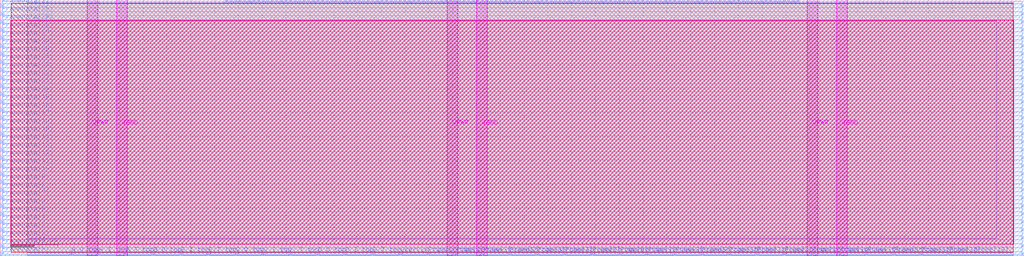
<source format=lef>
VERSION 5.7 ;
  NOWIREEXTENSIONATPIN ON ;
  DIVIDERCHAR "/" ;
  BUSBITCHARS "[]" ;
MACRO S_IO4
  CLASS BLOCK ;
  FOREIGN S_IO4 ;
  ORIGIN 0.000 0.000 ;
  SIZE 215.040 BY 53.760 ;
  PIN A_I_top
    DIRECTION OUTPUT ;
    USE SIGNAL ;
    ANTENNADIFFAREA 0.677200 ;
    PORT
      LAYER Metal2 ;
        RECT 20.440 0.000 20.840 0.400 ;
    END
  END A_I_top
  PIN A_O_top
    DIRECTION INPUT ;
    USE SIGNAL ;
    ANTENNAGATEAREA 1.601600 ;
    PORT
      LAYER Metal2 ;
        RECT 14.680 0.000 15.080 0.400 ;
    END
  END A_O_top
  PIN A_T_top
    DIRECTION OUTPUT ;
    USE SIGNAL ;
    ANTENNADIFFAREA 0.677200 ;
    PORT
      LAYER Metal2 ;
        RECT 26.200 0.000 26.600 0.400 ;
    END
  END A_T_top
  PIN B_I_top
    DIRECTION OUTPUT ;
    USE SIGNAL ;
    ANTENNADIFFAREA 0.677200 ;
    PORT
      LAYER Metal2 ;
        RECT 37.720 0.000 38.120 0.400 ;
    END
  END B_I_top
  PIN B_O_top
    DIRECTION INPUT ;
    USE SIGNAL ;
    ANTENNAGATEAREA 1.601600 ;
    PORT
      LAYER Metal2 ;
        RECT 31.960 0.000 32.360 0.400 ;
    END
  END B_O_top
  PIN B_T_top
    DIRECTION OUTPUT ;
    USE SIGNAL ;
    ANTENNADIFFAREA 0.677200 ;
    PORT
      LAYER Metal2 ;
        RECT 43.480 0.000 43.880 0.400 ;
    END
  END B_T_top
  PIN C_I_top
    DIRECTION OUTPUT ;
    USE SIGNAL ;
    ANTENNADIFFAREA 0.615900 ;
    PORT
      LAYER Metal2 ;
        RECT 55.000 0.000 55.400 0.400 ;
    END
  END C_I_top
  PIN C_O_top
    DIRECTION INPUT ;
    USE SIGNAL ;
    ANTENNAGATEAREA 1.601600 ;
    PORT
      LAYER Metal2 ;
        RECT 49.240 0.000 49.640 0.400 ;
    END
  END C_O_top
  PIN C_T_top
    DIRECTION OUTPUT ;
    USE SIGNAL ;
    ANTENNADIFFAREA 0.677200 ;
    PORT
      LAYER Metal2 ;
        RECT 60.760 0.000 61.160 0.400 ;
    END
  END C_T_top
  PIN Co
    DIRECTION OUTPUT ;
    USE SIGNAL ;
    ANTENNADIFFAREA 0.299200 ;
    PORT
      LAYER Metal2 ;
        RECT 97.240 53.360 97.640 53.760 ;
    END
  END Co
  PIN D_I_top
    DIRECTION OUTPUT ;
    USE SIGNAL ;
    ANTENNADIFFAREA 0.677200 ;
    PORT
      LAYER Metal2 ;
        RECT 72.280 0.000 72.680 0.400 ;
    END
  END D_I_top
  PIN D_O_top
    DIRECTION INPUT ;
    USE SIGNAL ;
    ANTENNAGATEAREA 1.601600 ;
    PORT
      LAYER Metal2 ;
        RECT 66.520 0.000 66.920 0.400 ;
    END
  END D_O_top
  PIN D_T_top
    DIRECTION OUTPUT ;
    USE SIGNAL ;
    ANTENNADIFFAREA 0.677200 ;
    PORT
      LAYER Metal2 ;
        RECT 78.040 0.000 78.440 0.400 ;
    END
  END D_T_top
  PIN FrameData[0]
    DIRECTION INPUT ;
    USE SIGNAL ;
    ANTENNAGATEAREA 0.903500 ;
    PORT
      LAYER Metal3 ;
        RECT 0.000 0.220 0.400 0.620 ;
    END
  END FrameData[0]
  PIN FrameData[10]
    DIRECTION INPUT ;
    USE SIGNAL ;
    ANTENNAGATEAREA 0.903500 ;
    PORT
      LAYER Metal3 ;
        RECT 0.000 17.020 0.400 17.420 ;
    END
  END FrameData[10]
  PIN FrameData[11]
    DIRECTION INPUT ;
    USE SIGNAL ;
    ANTENNAGATEAREA 0.903500 ;
    PORT
      LAYER Metal3 ;
        RECT 0.000 18.700 0.400 19.100 ;
    END
  END FrameData[11]
  PIN FrameData[12]
    DIRECTION INPUT ;
    USE SIGNAL ;
    ANTENNAGATEAREA 0.903500 ;
    PORT
      LAYER Metal3 ;
        RECT 0.000 20.380 0.400 20.780 ;
    END
  END FrameData[12]
  PIN FrameData[13]
    DIRECTION INPUT ;
    USE SIGNAL ;
    ANTENNAGATEAREA 0.903500 ;
    PORT
      LAYER Metal3 ;
        RECT 0.000 22.060 0.400 22.460 ;
    END
  END FrameData[13]
  PIN FrameData[14]
    DIRECTION INPUT ;
    USE SIGNAL ;
    ANTENNAGATEAREA 0.903500 ;
    PORT
      LAYER Metal3 ;
        RECT 0.000 23.740 0.400 24.140 ;
    END
  END FrameData[14]
  PIN FrameData[15]
    DIRECTION INPUT ;
    USE SIGNAL ;
    ANTENNAGATEAREA 0.903500 ;
    PORT
      LAYER Metal3 ;
        RECT 0.000 25.420 0.400 25.820 ;
    END
  END FrameData[15]
  PIN FrameData[16]
    DIRECTION INPUT ;
    USE SIGNAL ;
    ANTENNAGATEAREA 0.903500 ;
    PORT
      LAYER Metal3 ;
        RECT 0.000 27.100 0.400 27.500 ;
    END
  END FrameData[16]
  PIN FrameData[17]
    DIRECTION INPUT ;
    USE SIGNAL ;
    ANTENNAGATEAREA 0.903500 ;
    PORT
      LAYER Metal3 ;
        RECT 0.000 28.780 0.400 29.180 ;
    END
  END FrameData[17]
  PIN FrameData[18]
    DIRECTION INPUT ;
    USE SIGNAL ;
    ANTENNAGATEAREA 0.903500 ;
    PORT
      LAYER Metal3 ;
        RECT 0.000 30.460 0.400 30.860 ;
    END
  END FrameData[18]
  PIN FrameData[19]
    DIRECTION INPUT ;
    USE SIGNAL ;
    ANTENNAGATEAREA 0.903500 ;
    PORT
      LAYER Metal3 ;
        RECT 0.000 32.140 0.400 32.540 ;
    END
  END FrameData[19]
  PIN FrameData[1]
    DIRECTION INPUT ;
    USE SIGNAL ;
    ANTENNAGATEAREA 0.903500 ;
    PORT
      LAYER Metal3 ;
        RECT 0.000 1.900 0.400 2.300 ;
    END
  END FrameData[1]
  PIN FrameData[20]
    DIRECTION INPUT ;
    USE SIGNAL ;
    ANTENNAGATEAREA 0.903500 ;
    PORT
      LAYER Metal3 ;
        RECT 0.000 33.820 0.400 34.220 ;
    END
  END FrameData[20]
  PIN FrameData[21]
    DIRECTION INPUT ;
    USE SIGNAL ;
    ANTENNAGATEAREA 0.903500 ;
    PORT
      LAYER Metal3 ;
        RECT 0.000 35.500 0.400 35.900 ;
    END
  END FrameData[21]
  PIN FrameData[22]
    DIRECTION INPUT ;
    USE SIGNAL ;
    ANTENNAGATEAREA 0.903500 ;
    PORT
      LAYER Metal3 ;
        RECT 0.000 37.180 0.400 37.580 ;
    END
  END FrameData[22]
  PIN FrameData[23]
    DIRECTION INPUT ;
    USE SIGNAL ;
    ANTENNAGATEAREA 0.903500 ;
    PORT
      LAYER Metal3 ;
        RECT 0.000 38.860 0.400 39.260 ;
    END
  END FrameData[23]
  PIN FrameData[24]
    DIRECTION INPUT ;
    USE SIGNAL ;
    ANTENNAGATEAREA 0.903500 ;
    PORT
      LAYER Metal3 ;
        RECT 0.000 40.540 0.400 40.940 ;
    END
  END FrameData[24]
  PIN FrameData[25]
    DIRECTION INPUT ;
    USE SIGNAL ;
    ANTENNAGATEAREA 0.903500 ;
    PORT
      LAYER Metal3 ;
        RECT 0.000 42.220 0.400 42.620 ;
    END
  END FrameData[25]
  PIN FrameData[26]
    DIRECTION INPUT ;
    USE SIGNAL ;
    ANTENNAGATEAREA 0.903500 ;
    PORT
      LAYER Metal3 ;
        RECT 0.000 43.900 0.400 44.300 ;
    END
  END FrameData[26]
  PIN FrameData[27]
    DIRECTION INPUT ;
    USE SIGNAL ;
    ANTENNAGATEAREA 0.903500 ;
    PORT
      LAYER Metal3 ;
        RECT 0.000 45.580 0.400 45.980 ;
    END
  END FrameData[27]
  PIN FrameData[28]
    DIRECTION INPUT ;
    USE SIGNAL ;
    ANTENNAGATEAREA 1.084200 ;
    PORT
      LAYER Metal3 ;
        RECT 0.000 47.260 0.400 47.660 ;
    END
  END FrameData[28]
  PIN FrameData[29]
    DIRECTION INPUT ;
    USE SIGNAL ;
    ANTENNAGATEAREA 1.084200 ;
    PORT
      LAYER Metal3 ;
        RECT 0.000 48.940 0.400 49.340 ;
    END
  END FrameData[29]
  PIN FrameData[2]
    DIRECTION INPUT ;
    USE SIGNAL ;
    ANTENNAGATEAREA 0.903500 ;
    PORT
      LAYER Metal3 ;
        RECT 0.000 3.580 0.400 3.980 ;
    END
  END FrameData[2]
  PIN FrameData[30]
    DIRECTION INPUT ;
    USE SIGNAL ;
    ANTENNAGATEAREA 1.084200 ;
    PORT
      LAYER Metal3 ;
        RECT 0.000 50.620 0.400 51.020 ;
    END
  END FrameData[30]
  PIN FrameData[31]
    DIRECTION INPUT ;
    USE SIGNAL ;
    ANTENNAGATEAREA 1.084200 ;
    PORT
      LAYER Metal3 ;
        RECT 0.000 52.300 0.400 52.700 ;
    END
  END FrameData[31]
  PIN FrameData[3]
    DIRECTION INPUT ;
    USE SIGNAL ;
    ANTENNAGATEAREA 0.903500 ;
    PORT
      LAYER Metal3 ;
        RECT 0.000 5.260 0.400 5.660 ;
    END
  END FrameData[3]
  PIN FrameData[4]
    DIRECTION INPUT ;
    USE SIGNAL ;
    ANTENNAGATEAREA 0.903500 ;
    PORT
      LAYER Metal3 ;
        RECT 0.000 6.940 0.400 7.340 ;
    END
  END FrameData[4]
  PIN FrameData[5]
    DIRECTION INPUT ;
    USE SIGNAL ;
    ANTENNAGATEAREA 0.903500 ;
    PORT
      LAYER Metal3 ;
        RECT 0.000 8.620 0.400 9.020 ;
    END
  END FrameData[5]
  PIN FrameData[6]
    DIRECTION INPUT ;
    USE SIGNAL ;
    ANTENNAGATEAREA 0.903500 ;
    PORT
      LAYER Metal3 ;
        RECT 0.000 10.300 0.400 10.700 ;
    END
  END FrameData[6]
  PIN FrameData[7]
    DIRECTION INPUT ;
    USE SIGNAL ;
    ANTENNAGATEAREA 0.903500 ;
    PORT
      LAYER Metal3 ;
        RECT 0.000 11.980 0.400 12.380 ;
    END
  END FrameData[7]
  PIN FrameData[8]
    DIRECTION INPUT ;
    USE SIGNAL ;
    ANTENNAGATEAREA 0.903500 ;
    PORT
      LAYER Metal3 ;
        RECT 0.000 13.660 0.400 14.060 ;
    END
  END FrameData[8]
  PIN FrameData[9]
    DIRECTION INPUT ;
    USE SIGNAL ;
    ANTENNAGATEAREA 0.903500 ;
    PORT
      LAYER Metal3 ;
        RECT 0.000 15.340 0.400 15.740 ;
    END
  END FrameData[9]
  PIN FrameData_O[0]
    DIRECTION OUTPUT ;
    USE SIGNAL ;
    ANTENNADIFFAREA 0.708600 ;
    PORT
      LAYER Metal3 ;
        RECT 214.640 0.220 215.040 0.620 ;
    END
  END FrameData_O[0]
  PIN FrameData_O[10]
    DIRECTION OUTPUT ;
    USE SIGNAL ;
    ANTENNADIFFAREA 0.708600 ;
    PORT
      LAYER Metal3 ;
        RECT 214.640 17.020 215.040 17.420 ;
    END
  END FrameData_O[10]
  PIN FrameData_O[11]
    DIRECTION OUTPUT ;
    USE SIGNAL ;
    ANTENNADIFFAREA 0.708600 ;
    PORT
      LAYER Metal3 ;
        RECT 214.640 18.700 215.040 19.100 ;
    END
  END FrameData_O[11]
  PIN FrameData_O[12]
    DIRECTION OUTPUT ;
    USE SIGNAL ;
    ANTENNADIFFAREA 0.708600 ;
    PORT
      LAYER Metal3 ;
        RECT 214.640 20.380 215.040 20.780 ;
    END
  END FrameData_O[12]
  PIN FrameData_O[13]
    DIRECTION OUTPUT ;
    USE SIGNAL ;
    ANTENNADIFFAREA 0.708600 ;
    PORT
      LAYER Metal3 ;
        RECT 214.640 22.060 215.040 22.460 ;
    END
  END FrameData_O[13]
  PIN FrameData_O[14]
    DIRECTION OUTPUT ;
    USE SIGNAL ;
    ANTENNADIFFAREA 0.708600 ;
    PORT
      LAYER Metal3 ;
        RECT 214.640 23.740 215.040 24.140 ;
    END
  END FrameData_O[14]
  PIN FrameData_O[15]
    DIRECTION OUTPUT ;
    USE SIGNAL ;
    ANTENNADIFFAREA 0.708600 ;
    PORT
      LAYER Metal3 ;
        RECT 214.640 25.420 215.040 25.820 ;
    END
  END FrameData_O[15]
  PIN FrameData_O[16]
    DIRECTION OUTPUT ;
    USE SIGNAL ;
    ANTENNADIFFAREA 0.708600 ;
    PORT
      LAYER Metal3 ;
        RECT 214.640 27.100 215.040 27.500 ;
    END
  END FrameData_O[16]
  PIN FrameData_O[17]
    DIRECTION OUTPUT ;
    USE SIGNAL ;
    ANTENNADIFFAREA 0.708600 ;
    PORT
      LAYER Metal3 ;
        RECT 214.640 28.780 215.040 29.180 ;
    END
  END FrameData_O[17]
  PIN FrameData_O[18]
    DIRECTION OUTPUT ;
    USE SIGNAL ;
    ANTENNADIFFAREA 0.708600 ;
    PORT
      LAYER Metal3 ;
        RECT 214.640 30.460 215.040 30.860 ;
    END
  END FrameData_O[18]
  PIN FrameData_O[19]
    DIRECTION OUTPUT ;
    USE SIGNAL ;
    ANTENNADIFFAREA 0.708600 ;
    PORT
      LAYER Metal3 ;
        RECT 214.640 32.140 215.040 32.540 ;
    END
  END FrameData_O[19]
  PIN FrameData_O[1]
    DIRECTION OUTPUT ;
    USE SIGNAL ;
    ANTENNADIFFAREA 0.708600 ;
    PORT
      LAYER Metal3 ;
        RECT 214.640 1.900 215.040 2.300 ;
    END
  END FrameData_O[1]
  PIN FrameData_O[20]
    DIRECTION OUTPUT ;
    USE SIGNAL ;
    ANTENNADIFFAREA 0.708600 ;
    PORT
      LAYER Metal3 ;
        RECT 214.640 33.820 215.040 34.220 ;
    END
  END FrameData_O[20]
  PIN FrameData_O[21]
    DIRECTION OUTPUT ;
    USE SIGNAL ;
    ANTENNADIFFAREA 0.708600 ;
    PORT
      LAYER Metal3 ;
        RECT 214.640 35.500 215.040 35.900 ;
    END
  END FrameData_O[21]
  PIN FrameData_O[22]
    DIRECTION OUTPUT ;
    USE SIGNAL ;
    ANTENNADIFFAREA 0.708600 ;
    PORT
      LAYER Metal3 ;
        RECT 214.640 37.180 215.040 37.580 ;
    END
  END FrameData_O[22]
  PIN FrameData_O[23]
    DIRECTION OUTPUT ;
    USE SIGNAL ;
    ANTENNADIFFAREA 0.708600 ;
    PORT
      LAYER Metal3 ;
        RECT 214.640 38.860 215.040 39.260 ;
    END
  END FrameData_O[23]
  PIN FrameData_O[24]
    DIRECTION OUTPUT ;
    USE SIGNAL ;
    ANTENNADIFFAREA 0.708600 ;
    PORT
      LAYER Metal3 ;
        RECT 214.640 40.540 215.040 40.940 ;
    END
  END FrameData_O[24]
  PIN FrameData_O[25]
    DIRECTION OUTPUT ;
    USE SIGNAL ;
    ANTENNADIFFAREA 0.708600 ;
    PORT
      LAYER Metal3 ;
        RECT 214.640 42.220 215.040 42.620 ;
    END
  END FrameData_O[25]
  PIN FrameData_O[26]
    DIRECTION OUTPUT ;
    USE SIGNAL ;
    ANTENNADIFFAREA 0.708600 ;
    PORT
      LAYER Metal3 ;
        RECT 214.640 43.900 215.040 44.300 ;
    END
  END FrameData_O[26]
  PIN FrameData_O[27]
    DIRECTION OUTPUT ;
    USE SIGNAL ;
    ANTENNADIFFAREA 0.708600 ;
    PORT
      LAYER Metal3 ;
        RECT 214.640 45.580 215.040 45.980 ;
    END
  END FrameData_O[27]
  PIN FrameData_O[28]
    DIRECTION OUTPUT ;
    USE SIGNAL ;
    ANTENNADIFFAREA 0.708600 ;
    PORT
      LAYER Metal3 ;
        RECT 214.640 47.260 215.040 47.660 ;
    END
  END FrameData_O[28]
  PIN FrameData_O[29]
    DIRECTION OUTPUT ;
    USE SIGNAL ;
    ANTENNADIFFAREA 0.708600 ;
    PORT
      LAYER Metal3 ;
        RECT 214.640 48.940 215.040 49.340 ;
    END
  END FrameData_O[29]
  PIN FrameData_O[2]
    DIRECTION OUTPUT ;
    USE SIGNAL ;
    ANTENNADIFFAREA 0.708600 ;
    PORT
      LAYER Metal3 ;
        RECT 214.640 3.580 215.040 3.980 ;
    END
  END FrameData_O[2]
  PIN FrameData_O[30]
    DIRECTION OUTPUT ;
    USE SIGNAL ;
    ANTENNADIFFAREA 0.708600 ;
    PORT
      LAYER Metal3 ;
        RECT 214.640 50.620 215.040 51.020 ;
    END
  END FrameData_O[30]
  PIN FrameData_O[31]
    DIRECTION OUTPUT ;
    USE SIGNAL ;
    ANTENNADIFFAREA 0.708600 ;
    PORT
      LAYER Metal3 ;
        RECT 214.640 52.300 215.040 52.700 ;
    END
  END FrameData_O[31]
  PIN FrameData_O[3]
    DIRECTION OUTPUT ;
    USE SIGNAL ;
    ANTENNADIFFAREA 0.708600 ;
    PORT
      LAYER Metal3 ;
        RECT 214.640 5.260 215.040 5.660 ;
    END
  END FrameData_O[3]
  PIN FrameData_O[4]
    DIRECTION OUTPUT ;
    USE SIGNAL ;
    ANTENNADIFFAREA 0.708600 ;
    PORT
      LAYER Metal3 ;
        RECT 214.640 6.940 215.040 7.340 ;
    END
  END FrameData_O[4]
  PIN FrameData_O[5]
    DIRECTION OUTPUT ;
    USE SIGNAL ;
    ANTENNADIFFAREA 0.708600 ;
    PORT
      LAYER Metal3 ;
        RECT 214.640 8.620 215.040 9.020 ;
    END
  END FrameData_O[5]
  PIN FrameData_O[6]
    DIRECTION OUTPUT ;
    USE SIGNAL ;
    ANTENNADIFFAREA 0.708600 ;
    PORT
      LAYER Metal3 ;
        RECT 214.640 10.300 215.040 10.700 ;
    END
  END FrameData_O[6]
  PIN FrameData_O[7]
    DIRECTION OUTPUT ;
    USE SIGNAL ;
    ANTENNADIFFAREA 0.708600 ;
    PORT
      LAYER Metal3 ;
        RECT 214.640 11.980 215.040 12.380 ;
    END
  END FrameData_O[7]
  PIN FrameData_O[8]
    DIRECTION OUTPUT ;
    USE SIGNAL ;
    ANTENNADIFFAREA 0.708600 ;
    PORT
      LAYER Metal3 ;
        RECT 214.640 13.660 215.040 14.060 ;
    END
  END FrameData_O[8]
  PIN FrameData_O[9]
    DIRECTION OUTPUT ;
    USE SIGNAL ;
    ANTENNADIFFAREA 0.708600 ;
    PORT
      LAYER Metal3 ;
        RECT 214.640 15.340 215.040 15.740 ;
    END
  END FrameData_O[9]
  PIN FrameStrobe[0]
    DIRECTION INPUT ;
    USE SIGNAL ;
    ANTENNAGATEAREA 6.753500 ;
    PORT
      LAYER Metal2 ;
        RECT 89.560 0.000 89.960 0.400 ;
    END
  END FrameStrobe[0]
  PIN FrameStrobe[10]
    DIRECTION INPUT ;
    USE SIGNAL ;
    ANTENNAGATEAREA 0.180700 ;
    PORT
      LAYER Metal2 ;
        RECT 147.160 0.000 147.560 0.400 ;
    END
  END FrameStrobe[10]
  PIN FrameStrobe[11]
    DIRECTION INPUT ;
    USE SIGNAL ;
    ANTENNAGATEAREA 0.180700 ;
    PORT
      LAYER Metal2 ;
        RECT 152.920 0.000 153.320 0.400 ;
    END
  END FrameStrobe[11]
  PIN FrameStrobe[12]
    DIRECTION INPUT ;
    USE SIGNAL ;
    ANTENNAGATEAREA 0.180700 ;
    PORT
      LAYER Metal2 ;
        RECT 158.680 0.000 159.080 0.400 ;
    END
  END FrameStrobe[12]
  PIN FrameStrobe[13]
    DIRECTION INPUT ;
    USE SIGNAL ;
    ANTENNAGATEAREA 0.180700 ;
    PORT
      LAYER Metal2 ;
        RECT 164.440 0.000 164.840 0.400 ;
    END
  END FrameStrobe[13]
  PIN FrameStrobe[14]
    DIRECTION INPUT ;
    USE SIGNAL ;
    ANTENNAGATEAREA 0.180700 ;
    PORT
      LAYER Metal2 ;
        RECT 170.200 0.000 170.600 0.400 ;
    END
  END FrameStrobe[14]
  PIN FrameStrobe[15]
    DIRECTION INPUT ;
    USE SIGNAL ;
    ANTENNAGATEAREA 0.180700 ;
    PORT
      LAYER Metal2 ;
        RECT 175.960 0.000 176.360 0.400 ;
    END
  END FrameStrobe[15]
  PIN FrameStrobe[16]
    DIRECTION INPUT ;
    USE SIGNAL ;
    ANTENNAGATEAREA 0.180700 ;
    PORT
      LAYER Metal2 ;
        RECT 181.720 0.000 182.120 0.400 ;
    END
  END FrameStrobe[16]
  PIN FrameStrobe[17]
    DIRECTION INPUT ;
    USE SIGNAL ;
    ANTENNAGATEAREA 0.180700 ;
    PORT
      LAYER Metal2 ;
        RECT 187.480 0.000 187.880 0.400 ;
    END
  END FrameStrobe[17]
  PIN FrameStrobe[18]
    DIRECTION INPUT ;
    USE SIGNAL ;
    ANTENNAGATEAREA 0.180700 ;
    PORT
      LAYER Metal2 ;
        RECT 193.240 0.000 193.640 0.400 ;
    END
  END FrameStrobe[18]
  PIN FrameStrobe[19]
    DIRECTION INPUT ;
    USE SIGNAL ;
    ANTENNAGATEAREA 0.180700 ;
    PORT
      LAYER Metal2 ;
        RECT 199.000 0.000 199.400 0.400 ;
    END
  END FrameStrobe[19]
  PIN FrameStrobe[1]
    DIRECTION INPUT ;
    USE SIGNAL ;
    ANTENNAGATEAREA 6.753500 ;
    PORT
      LAYER Metal2 ;
        RECT 95.320 0.000 95.720 0.400 ;
    END
  END FrameStrobe[1]
  PIN FrameStrobe[2]
    DIRECTION INPUT ;
    USE SIGNAL ;
    ANTENNAGATEAREA 6.753500 ;
    PORT
      LAYER Metal2 ;
        RECT 101.080 0.000 101.480 0.400 ;
    END
  END FrameStrobe[2]
  PIN FrameStrobe[3]
    DIRECTION INPUT ;
    USE SIGNAL ;
    ANTENNAGATEAREA 6.753500 ;
    PORT
      LAYER Metal2 ;
        RECT 106.840 0.000 107.240 0.400 ;
    END
  END FrameStrobe[3]
  PIN FrameStrobe[4]
    DIRECTION INPUT ;
    USE SIGNAL ;
    ANTENNAGATEAREA 1.002300 ;
    PORT
      LAYER Metal2 ;
        RECT 112.600 0.000 113.000 0.400 ;
    END
  END FrameStrobe[4]
  PIN FrameStrobe[5]
    DIRECTION INPUT ;
    USE SIGNAL ;
    ANTENNAGATEAREA 0.180700 ;
    PORT
      LAYER Metal2 ;
        RECT 118.360 0.000 118.760 0.400 ;
    END
  END FrameStrobe[5]
  PIN FrameStrobe[6]
    DIRECTION INPUT ;
    USE SIGNAL ;
    ANTENNAGATEAREA 0.180700 ;
    PORT
      LAYER Metal2 ;
        RECT 124.120 0.000 124.520 0.400 ;
    END
  END FrameStrobe[6]
  PIN FrameStrobe[7]
    DIRECTION INPUT ;
    USE SIGNAL ;
    ANTENNAGATEAREA 0.180700 ;
    PORT
      LAYER Metal2 ;
        RECT 129.880 0.000 130.280 0.400 ;
    END
  END FrameStrobe[7]
  PIN FrameStrobe[8]
    DIRECTION INPUT ;
    USE SIGNAL ;
    ANTENNAGATEAREA 0.180700 ;
    PORT
      LAYER Metal2 ;
        RECT 135.640 0.000 136.040 0.400 ;
    END
  END FrameStrobe[8]
  PIN FrameStrobe[9]
    DIRECTION INPUT ;
    USE SIGNAL ;
    ANTENNAGATEAREA 0.180700 ;
    PORT
      LAYER Metal2 ;
        RECT 141.400 0.000 141.800 0.400 ;
    END
  END FrameStrobe[9]
  PIN FrameStrobe_O[0]
    DIRECTION OUTPUT ;
    USE SIGNAL ;
    ANTENNADIFFAREA 0.708600 ;
    PORT
      LAYER Metal2 ;
        RECT 149.080 53.360 149.480 53.760 ;
    END
  END FrameStrobe_O[0]
  PIN FrameStrobe_O[10]
    DIRECTION OUTPUT ;
    USE SIGNAL ;
    ANTENNADIFFAREA 0.708600 ;
    PORT
      LAYER Metal2 ;
        RECT 158.680 53.360 159.080 53.760 ;
    END
  END FrameStrobe_O[10]
  PIN FrameStrobe_O[11]
    DIRECTION OUTPUT ;
    USE SIGNAL ;
    ANTENNADIFFAREA 0.708600 ;
    PORT
      LAYER Metal2 ;
        RECT 159.640 53.360 160.040 53.760 ;
    END
  END FrameStrobe_O[11]
  PIN FrameStrobe_O[12]
    DIRECTION OUTPUT ;
    USE SIGNAL ;
    ANTENNADIFFAREA 0.708600 ;
    PORT
      LAYER Metal2 ;
        RECT 160.600 53.360 161.000 53.760 ;
    END
  END FrameStrobe_O[12]
  PIN FrameStrobe_O[13]
    DIRECTION OUTPUT ;
    USE SIGNAL ;
    ANTENNADIFFAREA 0.708600 ;
    PORT
      LAYER Metal2 ;
        RECT 161.560 53.360 161.960 53.760 ;
    END
  END FrameStrobe_O[13]
  PIN FrameStrobe_O[14]
    DIRECTION OUTPUT ;
    USE SIGNAL ;
    ANTENNADIFFAREA 0.708600 ;
    PORT
      LAYER Metal2 ;
        RECT 162.520 53.360 162.920 53.760 ;
    END
  END FrameStrobe_O[14]
  PIN FrameStrobe_O[15]
    DIRECTION OUTPUT ;
    USE SIGNAL ;
    ANTENNADIFFAREA 0.708600 ;
    PORT
      LAYER Metal2 ;
        RECT 163.480 53.360 163.880 53.760 ;
    END
  END FrameStrobe_O[15]
  PIN FrameStrobe_O[16]
    DIRECTION OUTPUT ;
    USE SIGNAL ;
    ANTENNADIFFAREA 0.708600 ;
    PORT
      LAYER Metal2 ;
        RECT 164.440 53.360 164.840 53.760 ;
    END
  END FrameStrobe_O[16]
  PIN FrameStrobe_O[17]
    DIRECTION OUTPUT ;
    USE SIGNAL ;
    ANTENNADIFFAREA 0.708600 ;
    PORT
      LAYER Metal2 ;
        RECT 165.400 53.360 165.800 53.760 ;
    END
  END FrameStrobe_O[17]
  PIN FrameStrobe_O[18]
    DIRECTION OUTPUT ;
    USE SIGNAL ;
    ANTENNADIFFAREA 0.708600 ;
    PORT
      LAYER Metal2 ;
        RECT 166.360 53.360 166.760 53.760 ;
    END
  END FrameStrobe_O[18]
  PIN FrameStrobe_O[19]
    DIRECTION OUTPUT ;
    USE SIGNAL ;
    ANTENNADIFFAREA 0.708600 ;
    PORT
      LAYER Metal2 ;
        RECT 167.320 53.360 167.720 53.760 ;
    END
  END FrameStrobe_O[19]
  PIN FrameStrobe_O[1]
    DIRECTION OUTPUT ;
    USE SIGNAL ;
    ANTENNADIFFAREA 0.708600 ;
    PORT
      LAYER Metal2 ;
        RECT 150.040 53.360 150.440 53.760 ;
    END
  END FrameStrobe_O[1]
  PIN FrameStrobe_O[2]
    DIRECTION OUTPUT ;
    USE SIGNAL ;
    ANTENNADIFFAREA 0.708600 ;
    PORT
      LAYER Metal2 ;
        RECT 151.000 53.360 151.400 53.760 ;
    END
  END FrameStrobe_O[2]
  PIN FrameStrobe_O[3]
    DIRECTION OUTPUT ;
    USE SIGNAL ;
    ANTENNADIFFAREA 0.708600 ;
    PORT
      LAYER Metal2 ;
        RECT 151.960 53.360 152.360 53.760 ;
    END
  END FrameStrobe_O[3]
  PIN FrameStrobe_O[4]
    DIRECTION OUTPUT ;
    USE SIGNAL ;
    ANTENNADIFFAREA 0.708600 ;
    PORT
      LAYER Metal2 ;
        RECT 152.920 53.360 153.320 53.760 ;
    END
  END FrameStrobe_O[4]
  PIN FrameStrobe_O[5]
    DIRECTION OUTPUT ;
    USE SIGNAL ;
    ANTENNADIFFAREA 0.708600 ;
    PORT
      LAYER Metal2 ;
        RECT 153.880 53.360 154.280 53.760 ;
    END
  END FrameStrobe_O[5]
  PIN FrameStrobe_O[6]
    DIRECTION OUTPUT ;
    USE SIGNAL ;
    ANTENNADIFFAREA 0.708600 ;
    PORT
      LAYER Metal2 ;
        RECT 154.840 53.360 155.240 53.760 ;
    END
  END FrameStrobe_O[6]
  PIN FrameStrobe_O[7]
    DIRECTION OUTPUT ;
    USE SIGNAL ;
    ANTENNADIFFAREA 0.708600 ;
    PORT
      LAYER Metal2 ;
        RECT 155.800 53.360 156.200 53.760 ;
    END
  END FrameStrobe_O[7]
  PIN FrameStrobe_O[8]
    DIRECTION OUTPUT ;
    USE SIGNAL ;
    ANTENNADIFFAREA 0.708600 ;
    PORT
      LAYER Metal2 ;
        RECT 156.760 53.360 157.160 53.760 ;
    END
  END FrameStrobe_O[8]
  PIN FrameStrobe_O[9]
    DIRECTION OUTPUT ;
    USE SIGNAL ;
    ANTENNADIFFAREA 0.708600 ;
    PORT
      LAYER Metal2 ;
        RECT 157.720 53.360 158.120 53.760 ;
    END
  END FrameStrobe_O[9]
  PIN N1BEG[0]
    DIRECTION OUTPUT ;
    USE SIGNAL ;
    ANTENNADIFFAREA 0.708600 ;
    PORT
      LAYER Metal2 ;
        RECT 47.320 53.360 47.720 53.760 ;
    END
  END N1BEG[0]
  PIN N1BEG[1]
    DIRECTION OUTPUT ;
    USE SIGNAL ;
    ANTENNADIFFAREA 0.708600 ;
    PORT
      LAYER Metal2 ;
        RECT 48.280 53.360 48.680 53.760 ;
    END
  END N1BEG[1]
  PIN N1BEG[2]
    DIRECTION OUTPUT ;
    USE SIGNAL ;
    ANTENNADIFFAREA 0.708600 ;
    PORT
      LAYER Metal2 ;
        RECT 49.240 53.360 49.640 53.760 ;
    END
  END N1BEG[2]
  PIN N1BEG[3]
    DIRECTION OUTPUT ;
    USE SIGNAL ;
    ANTENNADIFFAREA 0.708600 ;
    PORT
      LAYER Metal2 ;
        RECT 50.200 53.360 50.600 53.760 ;
    END
  END N1BEG[3]
  PIN N2BEG[0]
    DIRECTION OUTPUT ;
    USE SIGNAL ;
    ANTENNADIFFAREA 0.708600 ;
    PORT
      LAYER Metal2 ;
        RECT 51.160 53.360 51.560 53.760 ;
    END
  END N2BEG[0]
  PIN N2BEG[1]
    DIRECTION OUTPUT ;
    USE SIGNAL ;
    ANTENNADIFFAREA 0.708600 ;
    PORT
      LAYER Metal2 ;
        RECT 52.120 53.360 52.520 53.760 ;
    END
  END N2BEG[1]
  PIN N2BEG[2]
    DIRECTION OUTPUT ;
    USE SIGNAL ;
    ANTENNADIFFAREA 0.708600 ;
    PORT
      LAYER Metal2 ;
        RECT 53.080 53.360 53.480 53.760 ;
    END
  END N2BEG[2]
  PIN N2BEG[3]
    DIRECTION OUTPUT ;
    USE SIGNAL ;
    ANTENNADIFFAREA 0.708600 ;
    PORT
      LAYER Metal2 ;
        RECT 54.040 53.360 54.440 53.760 ;
    END
  END N2BEG[3]
  PIN N2BEG[4]
    DIRECTION OUTPUT ;
    USE SIGNAL ;
    ANTENNADIFFAREA 0.708600 ;
    PORT
      LAYER Metal2 ;
        RECT 55.000 53.360 55.400 53.760 ;
    END
  END N2BEG[4]
  PIN N2BEG[5]
    DIRECTION OUTPUT ;
    USE SIGNAL ;
    ANTENNADIFFAREA 0.708600 ;
    PORT
      LAYER Metal2 ;
        RECT 55.960 53.360 56.360 53.760 ;
    END
  END N2BEG[5]
  PIN N2BEG[6]
    DIRECTION OUTPUT ;
    USE SIGNAL ;
    ANTENNADIFFAREA 0.708600 ;
    PORT
      LAYER Metal2 ;
        RECT 56.920 53.360 57.320 53.760 ;
    END
  END N2BEG[6]
  PIN N2BEG[7]
    DIRECTION OUTPUT ;
    USE SIGNAL ;
    ANTENNADIFFAREA 0.708600 ;
    PORT
      LAYER Metal2 ;
        RECT 57.880 53.360 58.280 53.760 ;
    END
  END N2BEG[7]
  PIN N2BEGb[0]
    DIRECTION OUTPUT ;
    USE SIGNAL ;
    ANTENNADIFFAREA 0.708600 ;
    PORT
      LAYER Metal2 ;
        RECT 58.840 53.360 59.240 53.760 ;
    END
  END N2BEGb[0]
  PIN N2BEGb[1]
    DIRECTION OUTPUT ;
    USE SIGNAL ;
    ANTENNADIFFAREA 0.708600 ;
    PORT
      LAYER Metal2 ;
        RECT 59.800 53.360 60.200 53.760 ;
    END
  END N2BEGb[1]
  PIN N2BEGb[2]
    DIRECTION OUTPUT ;
    USE SIGNAL ;
    ANTENNADIFFAREA 0.708600 ;
    PORT
      LAYER Metal2 ;
        RECT 60.760 53.360 61.160 53.760 ;
    END
  END N2BEGb[2]
  PIN N2BEGb[3]
    DIRECTION OUTPUT ;
    USE SIGNAL ;
    ANTENNADIFFAREA 0.708600 ;
    PORT
      LAYER Metal2 ;
        RECT 61.720 53.360 62.120 53.760 ;
    END
  END N2BEGb[3]
  PIN N2BEGb[4]
    DIRECTION OUTPUT ;
    USE SIGNAL ;
    ANTENNADIFFAREA 0.708600 ;
    PORT
      LAYER Metal2 ;
        RECT 62.680 53.360 63.080 53.760 ;
    END
  END N2BEGb[4]
  PIN N2BEGb[5]
    DIRECTION OUTPUT ;
    USE SIGNAL ;
    ANTENNADIFFAREA 0.708600 ;
    PORT
      LAYER Metal2 ;
        RECT 63.640 53.360 64.040 53.760 ;
    END
  END N2BEGb[5]
  PIN N2BEGb[6]
    DIRECTION OUTPUT ;
    USE SIGNAL ;
    ANTENNADIFFAREA 0.708600 ;
    PORT
      LAYER Metal2 ;
        RECT 64.600 53.360 65.000 53.760 ;
    END
  END N2BEGb[6]
  PIN N2BEGb[7]
    DIRECTION OUTPUT ;
    USE SIGNAL ;
    ANTENNADIFFAREA 0.708600 ;
    PORT
      LAYER Metal2 ;
        RECT 65.560 53.360 65.960 53.760 ;
    END
  END N2BEGb[7]
  PIN N4BEG[0]
    DIRECTION OUTPUT ;
    USE SIGNAL ;
    ANTENNADIFFAREA 0.708600 ;
    PORT
      LAYER Metal2 ;
        RECT 66.520 53.360 66.920 53.760 ;
    END
  END N4BEG[0]
  PIN N4BEG[10]
    DIRECTION OUTPUT ;
    USE SIGNAL ;
    ANTENNADIFFAREA 0.708600 ;
    PORT
      LAYER Metal2 ;
        RECT 76.120 53.360 76.520 53.760 ;
    END
  END N4BEG[10]
  PIN N4BEG[11]
    DIRECTION OUTPUT ;
    USE SIGNAL ;
    ANTENNADIFFAREA 0.708600 ;
    PORT
      LAYER Metal2 ;
        RECT 77.080 53.360 77.480 53.760 ;
    END
  END N4BEG[11]
  PIN N4BEG[12]
    DIRECTION OUTPUT ;
    USE SIGNAL ;
    ANTENNADIFFAREA 0.708600 ;
    PORT
      LAYER Metal2 ;
        RECT 78.040 53.360 78.440 53.760 ;
    END
  END N4BEG[12]
  PIN N4BEG[13]
    DIRECTION OUTPUT ;
    USE SIGNAL ;
    ANTENNADIFFAREA 0.708600 ;
    PORT
      LAYER Metal2 ;
        RECT 79.000 53.360 79.400 53.760 ;
    END
  END N4BEG[13]
  PIN N4BEG[14]
    DIRECTION OUTPUT ;
    USE SIGNAL ;
    ANTENNADIFFAREA 0.708600 ;
    PORT
      LAYER Metal2 ;
        RECT 79.960 53.360 80.360 53.760 ;
    END
  END N4BEG[14]
  PIN N4BEG[15]
    DIRECTION OUTPUT ;
    USE SIGNAL ;
    ANTENNADIFFAREA 0.708600 ;
    PORT
      LAYER Metal2 ;
        RECT 80.920 53.360 81.320 53.760 ;
    END
  END N4BEG[15]
  PIN N4BEG[1]
    DIRECTION OUTPUT ;
    USE SIGNAL ;
    ANTENNADIFFAREA 0.708600 ;
    PORT
      LAYER Metal2 ;
        RECT 67.480 53.360 67.880 53.760 ;
    END
  END N4BEG[1]
  PIN N4BEG[2]
    DIRECTION OUTPUT ;
    USE SIGNAL ;
    ANTENNADIFFAREA 0.708600 ;
    PORT
      LAYER Metal2 ;
        RECT 68.440 53.360 68.840 53.760 ;
    END
  END N4BEG[2]
  PIN N4BEG[3]
    DIRECTION OUTPUT ;
    USE SIGNAL ;
    ANTENNADIFFAREA 0.708600 ;
    PORT
      LAYER Metal2 ;
        RECT 69.400 53.360 69.800 53.760 ;
    END
  END N4BEG[3]
  PIN N4BEG[4]
    DIRECTION OUTPUT ;
    USE SIGNAL ;
    ANTENNADIFFAREA 0.708600 ;
    PORT
      LAYER Metal2 ;
        RECT 70.360 53.360 70.760 53.760 ;
    END
  END N4BEG[4]
  PIN N4BEG[5]
    DIRECTION OUTPUT ;
    USE SIGNAL ;
    ANTENNADIFFAREA 0.708600 ;
    PORT
      LAYER Metal2 ;
        RECT 71.320 53.360 71.720 53.760 ;
    END
  END N4BEG[5]
  PIN N4BEG[6]
    DIRECTION OUTPUT ;
    USE SIGNAL ;
    ANTENNADIFFAREA 0.708600 ;
    PORT
      LAYER Metal2 ;
        RECT 72.280 53.360 72.680 53.760 ;
    END
  END N4BEG[6]
  PIN N4BEG[7]
    DIRECTION OUTPUT ;
    USE SIGNAL ;
    ANTENNADIFFAREA 0.708600 ;
    PORT
      LAYER Metal2 ;
        RECT 73.240 53.360 73.640 53.760 ;
    END
  END N4BEG[7]
  PIN N4BEG[8]
    DIRECTION OUTPUT ;
    USE SIGNAL ;
    ANTENNADIFFAREA 0.708600 ;
    PORT
      LAYER Metal2 ;
        RECT 74.200 53.360 74.600 53.760 ;
    END
  END N4BEG[8]
  PIN N4BEG[9]
    DIRECTION OUTPUT ;
    USE SIGNAL ;
    ANTENNADIFFAREA 0.708600 ;
    PORT
      LAYER Metal2 ;
        RECT 75.160 53.360 75.560 53.760 ;
    END
  END N4BEG[9]
  PIN NN4BEG[0]
    DIRECTION OUTPUT ;
    USE SIGNAL ;
    ANTENNADIFFAREA 0.708600 ;
    PORT
      LAYER Metal2 ;
        RECT 81.880 53.360 82.280 53.760 ;
    END
  END NN4BEG[0]
  PIN NN4BEG[10]
    DIRECTION OUTPUT ;
    USE SIGNAL ;
    ANTENNADIFFAREA 0.708600 ;
    PORT
      LAYER Metal2 ;
        RECT 91.480 53.360 91.880 53.760 ;
    END
  END NN4BEG[10]
  PIN NN4BEG[11]
    DIRECTION OUTPUT ;
    USE SIGNAL ;
    ANTENNADIFFAREA 0.708600 ;
    PORT
      LAYER Metal2 ;
        RECT 92.440 53.360 92.840 53.760 ;
    END
  END NN4BEG[11]
  PIN NN4BEG[12]
    DIRECTION OUTPUT ;
    USE SIGNAL ;
    ANTENNADIFFAREA 0.708600 ;
    PORT
      LAYER Metal2 ;
        RECT 93.400 53.360 93.800 53.760 ;
    END
  END NN4BEG[12]
  PIN NN4BEG[13]
    DIRECTION OUTPUT ;
    USE SIGNAL ;
    ANTENNADIFFAREA 0.708600 ;
    PORT
      LAYER Metal2 ;
        RECT 94.360 53.360 94.760 53.760 ;
    END
  END NN4BEG[13]
  PIN NN4BEG[14]
    DIRECTION OUTPUT ;
    USE SIGNAL ;
    ANTENNADIFFAREA 0.708600 ;
    PORT
      LAYER Metal2 ;
        RECT 95.320 53.360 95.720 53.760 ;
    END
  END NN4BEG[14]
  PIN NN4BEG[15]
    DIRECTION OUTPUT ;
    USE SIGNAL ;
    ANTENNADIFFAREA 0.708600 ;
    PORT
      LAYER Metal2 ;
        RECT 96.280 53.360 96.680 53.760 ;
    END
  END NN4BEG[15]
  PIN NN4BEG[1]
    DIRECTION OUTPUT ;
    USE SIGNAL ;
    ANTENNADIFFAREA 0.708600 ;
    PORT
      LAYER Metal2 ;
        RECT 82.840 53.360 83.240 53.760 ;
    END
  END NN4BEG[1]
  PIN NN4BEG[2]
    DIRECTION OUTPUT ;
    USE SIGNAL ;
    ANTENNADIFFAREA 0.708600 ;
    PORT
      LAYER Metal2 ;
        RECT 83.800 53.360 84.200 53.760 ;
    END
  END NN4BEG[2]
  PIN NN4BEG[3]
    DIRECTION OUTPUT ;
    USE SIGNAL ;
    ANTENNADIFFAREA 0.708600 ;
    PORT
      LAYER Metal2 ;
        RECT 84.760 53.360 85.160 53.760 ;
    END
  END NN4BEG[3]
  PIN NN4BEG[4]
    DIRECTION OUTPUT ;
    USE SIGNAL ;
    ANTENNADIFFAREA 0.708600 ;
    PORT
      LAYER Metal2 ;
        RECT 85.720 53.360 86.120 53.760 ;
    END
  END NN4BEG[4]
  PIN NN4BEG[5]
    DIRECTION OUTPUT ;
    USE SIGNAL ;
    ANTENNADIFFAREA 0.708600 ;
    PORT
      LAYER Metal2 ;
        RECT 86.680 53.360 87.080 53.760 ;
    END
  END NN4BEG[5]
  PIN NN4BEG[6]
    DIRECTION OUTPUT ;
    USE SIGNAL ;
    ANTENNADIFFAREA 0.708600 ;
    PORT
      LAYER Metal2 ;
        RECT 87.640 53.360 88.040 53.760 ;
    END
  END NN4BEG[6]
  PIN NN4BEG[7]
    DIRECTION OUTPUT ;
    USE SIGNAL ;
    ANTENNADIFFAREA 0.708600 ;
    PORT
      LAYER Metal2 ;
        RECT 88.600 53.360 89.000 53.760 ;
    END
  END NN4BEG[7]
  PIN NN4BEG[8]
    DIRECTION OUTPUT ;
    USE SIGNAL ;
    ANTENNADIFFAREA 0.708600 ;
    PORT
      LAYER Metal2 ;
        RECT 89.560 53.360 89.960 53.760 ;
    END
  END NN4BEG[8]
  PIN NN4BEG[9]
    DIRECTION OUTPUT ;
    USE SIGNAL ;
    ANTENNADIFFAREA 0.708600 ;
    PORT
      LAYER Metal2 ;
        RECT 90.520 53.360 90.920 53.760 ;
    END
  END NN4BEG[9]
  PIN S1END[0]
    DIRECTION INPUT ;
    USE SIGNAL ;
    ANTENNAGATEAREA 0.426400 ;
    PORT
      LAYER Metal2 ;
        RECT 98.200 53.360 98.600 53.760 ;
    END
  END S1END[0]
  PIN S1END[1]
    DIRECTION INPUT ;
    USE SIGNAL ;
    ANTENNAGATEAREA 0.426400 ;
    PORT
      LAYER Metal2 ;
        RECT 99.160 53.360 99.560 53.760 ;
    END
  END S1END[1]
  PIN S1END[2]
    DIRECTION INPUT ;
    USE SIGNAL ;
    ANTENNAGATEAREA 0.426400 ;
    PORT
      LAYER Metal2 ;
        RECT 100.120 53.360 100.520 53.760 ;
    END
  END S1END[2]
  PIN S1END[3]
    DIRECTION INPUT ;
    USE SIGNAL ;
    ANTENNAGATEAREA 0.426400 ;
    PORT
      LAYER Metal2 ;
        RECT 101.080 53.360 101.480 53.760 ;
    END
  END S1END[3]
  PIN S2END[0]
    DIRECTION INPUT ;
    USE SIGNAL ;
    ANTENNAGATEAREA 2.080000 ;
    PORT
      LAYER Metal2 ;
        RECT 109.720 53.360 110.120 53.760 ;
    END
  END S2END[0]
  PIN S2END[1]
    DIRECTION INPUT ;
    USE SIGNAL ;
    ANTENNAGATEAREA 1.320800 ;
    PORT
      LAYER Metal2 ;
        RECT 110.680 53.360 111.080 53.760 ;
    END
  END S2END[1]
  PIN S2END[2]
    DIRECTION INPUT ;
    USE SIGNAL ;
    ANTENNAGATEAREA 1.531400 ;
    PORT
      LAYER Metal2 ;
        RECT 111.640 53.360 112.040 53.760 ;
    END
  END S2END[2]
  PIN S2END[3]
    DIRECTION INPUT ;
    USE SIGNAL ;
    ANTENNAGATEAREA 1.560000 ;
    PORT
      LAYER Metal2 ;
        RECT 112.600 53.360 113.000 53.760 ;
    END
  END S2END[3]
  PIN S2END[4]
    DIRECTION INPUT ;
    USE SIGNAL ;
    ANTENNAGATEAREA 2.281000 ;
    PORT
      LAYER Metal2 ;
        RECT 113.560 53.360 113.960 53.760 ;
    END
  END S2END[4]
  PIN S2END[5]
    DIRECTION INPUT ;
    USE SIGNAL ;
    ANTENNAGATEAREA 2.087800 ;
    PORT
      LAYER Metal2 ;
        RECT 114.520 53.360 114.920 53.760 ;
    END
  END S2END[5]
  PIN S2END[6]
    DIRECTION INPUT ;
    USE SIGNAL ;
    ANTENNAGATEAREA 2.326600 ;
    PORT
      LAYER Metal2 ;
        RECT 115.480 53.360 115.880 53.760 ;
    END
  END S2END[6]
  PIN S2END[7]
    DIRECTION INPUT ;
    USE SIGNAL ;
    ANTENNAGATEAREA 1.378000 ;
    PORT
      LAYER Metal2 ;
        RECT 116.440 53.360 116.840 53.760 ;
    END
  END S2END[7]
  PIN S2MID[0]
    DIRECTION INPUT ;
    USE SIGNAL ;
    ANTENNAGATEAREA 1.292200 ;
    PORT
      LAYER Metal2 ;
        RECT 102.040 53.360 102.440 53.760 ;
    END
  END S2MID[0]
  PIN S2MID[1]
    DIRECTION INPUT ;
    USE SIGNAL ;
    ANTENNAGATEAREA 1.292200 ;
    PORT
      LAYER Metal2 ;
        RECT 103.000 53.360 103.400 53.760 ;
    END
  END S2MID[1]
  PIN S2MID[2]
    DIRECTION INPUT ;
    USE SIGNAL ;
    ANTENNAGATEAREA 1.505400 ;
    PORT
      LAYER Metal2 ;
        RECT 103.960 53.360 104.360 53.760 ;
    END
  END S2MID[2]
  PIN S2MID[3]
    DIRECTION INPUT ;
    USE SIGNAL ;
    ANTENNAGATEAREA 1.505400 ;
    PORT
      LAYER Metal2 ;
        RECT 104.920 53.360 105.320 53.760 ;
    END
  END S2MID[3]
  PIN S2MID[4]
    DIRECTION INPUT ;
    USE SIGNAL ;
    ANTENNAGATEAREA 1.505400 ;
    PORT
      LAYER Metal2 ;
        RECT 105.880 53.360 106.280 53.760 ;
    END
  END S2MID[4]
  PIN S2MID[5]
    DIRECTION INPUT ;
    USE SIGNAL ;
    ANTENNAGATEAREA 1.505400 ;
    PORT
      LAYER Metal2 ;
        RECT 106.840 53.360 107.240 53.760 ;
    END
  END S2MID[5]
  PIN S2MID[6]
    DIRECTION INPUT ;
    USE SIGNAL ;
    ANTENNAGATEAREA 1.931800 ;
    PORT
      LAYER Metal2 ;
        RECT 107.800 53.360 108.200 53.760 ;
    END
  END S2MID[6]
  PIN S2MID[7]
    DIRECTION INPUT ;
    USE SIGNAL ;
    ANTENNAGATEAREA 2.145000 ;
    PORT
      LAYER Metal2 ;
        RECT 108.760 53.360 109.160 53.760 ;
    END
  END S2MID[7]
  PIN S4END[0]
    DIRECTION INPUT ;
    USE SIGNAL ;
    ANTENNAGATEAREA 1.066000 ;
    PORT
      LAYER Metal2 ;
        RECT 117.400 53.360 117.800 53.760 ;
    END
  END S4END[0]
  PIN S4END[10]
    DIRECTION INPUT ;
    USE SIGNAL ;
    ANTENNAGATEAREA 0.852800 ;
    PORT
      LAYER Metal2 ;
        RECT 127.000 53.360 127.400 53.760 ;
    END
  END S4END[10]
  PIN S4END[11]
    DIRECTION INPUT ;
    USE SIGNAL ;
    ANTENNAGATEAREA 0.639600 ;
    PORT
      LAYER Metal2 ;
        RECT 127.960 53.360 128.360 53.760 ;
    END
  END S4END[11]
  PIN S4END[12]
    DIRECTION INPUT ;
    USE SIGNAL ;
    ANTENNAGATEAREA 0.213200 ;
    PORT
      LAYER Metal2 ;
        RECT 128.920 53.360 129.320 53.760 ;
    END
  END S4END[12]
  PIN S4END[13]
    DIRECTION INPUT ;
    USE SIGNAL ;
    ANTENNAGATEAREA 0.213200 ;
    PORT
      LAYER Metal2 ;
        RECT 129.880 53.360 130.280 53.760 ;
    END
  END S4END[13]
  PIN S4END[14]
    DIRECTION INPUT ;
    USE SIGNAL ;
    ANTENNAGATEAREA 0.213200 ;
    PORT
      LAYER Metal2 ;
        RECT 130.840 53.360 131.240 53.760 ;
    END
  END S4END[14]
  PIN S4END[15]
    DIRECTION INPUT ;
    USE SIGNAL ;
    ANTENNAGATEAREA 0.213200 ;
    PORT
      LAYER Metal2 ;
        RECT 131.800 53.360 132.200 53.760 ;
    END
  END S4END[15]
  PIN S4END[1]
    DIRECTION INPUT ;
    USE SIGNAL ;
    ANTENNAGATEAREA 1.066000 ;
    PORT
      LAYER Metal2 ;
        RECT 118.360 53.360 118.760 53.760 ;
    END
  END S4END[1]
  PIN S4END[2]
    DIRECTION INPUT ;
    USE SIGNAL ;
    ANTENNAGATEAREA 1.066000 ;
    PORT
      LAYER Metal2 ;
        RECT 119.320 53.360 119.720 53.760 ;
    END
  END S4END[2]
  PIN S4END[3]
    DIRECTION INPUT ;
    USE SIGNAL ;
    ANTENNAGATEAREA 1.066000 ;
    PORT
      LAYER Metal2 ;
        RECT 120.280 53.360 120.680 53.760 ;
    END
  END S4END[3]
  PIN S4END[4]
    DIRECTION INPUT ;
    USE SIGNAL ;
    ANTENNAGATEAREA 1.066000 ;
    PORT
      LAYER Metal2 ;
        RECT 121.240 53.360 121.640 53.760 ;
    END
  END S4END[4]
  PIN S4END[5]
    DIRECTION INPUT ;
    USE SIGNAL ;
    ANTENNAGATEAREA 1.066000 ;
    PORT
      LAYER Metal2 ;
        RECT 122.200 53.360 122.600 53.760 ;
    END
  END S4END[5]
  PIN S4END[6]
    DIRECTION INPUT ;
    USE SIGNAL ;
    ANTENNAGATEAREA 1.279200 ;
    PORT
      LAYER Metal2 ;
        RECT 123.160 53.360 123.560 53.760 ;
    END
  END S4END[6]
  PIN S4END[7]
    DIRECTION INPUT ;
    USE SIGNAL ;
    ANTENNAGATEAREA 1.279200 ;
    PORT
      LAYER Metal2 ;
        RECT 124.120 53.360 124.520 53.760 ;
    END
  END S4END[7]
  PIN S4END[8]
    DIRECTION INPUT ;
    USE SIGNAL ;
    ANTENNAGATEAREA 0.852800 ;
    PORT
      LAYER Metal2 ;
        RECT 125.080 53.360 125.480 53.760 ;
    END
  END S4END[8]
  PIN S4END[9]
    DIRECTION INPUT ;
    USE SIGNAL ;
    ANTENNAGATEAREA 0.639600 ;
    PORT
      LAYER Metal2 ;
        RECT 126.040 53.360 126.440 53.760 ;
    END
  END S4END[9]
  PIN SS4END[0]
    DIRECTION INPUT ;
    USE SIGNAL ;
    ANTENNAGATEAREA 0.639600 ;
    PORT
      LAYER Metal2 ;
        RECT 132.760 53.360 133.160 53.760 ;
    END
  END SS4END[0]
  PIN SS4END[10]
    DIRECTION INPUT ;
    USE SIGNAL ;
    ANTENNAGATEAREA 0.639600 ;
    PORT
      LAYER Metal2 ;
        RECT 142.360 53.360 142.760 53.760 ;
    END
  END SS4END[10]
  PIN SS4END[11]
    DIRECTION INPUT ;
    USE SIGNAL ;
    ANTENNAGATEAREA 0.639600 ;
    PORT
      LAYER Metal2 ;
        RECT 143.320 53.360 143.720 53.760 ;
    END
  END SS4END[11]
  PIN SS4END[12]
    DIRECTION INPUT ;
    USE SIGNAL ;
    ANTENNAGATEAREA 0.639600 ;
    PORT
      LAYER Metal2 ;
        RECT 144.280 53.360 144.680 53.760 ;
    END
  END SS4END[12]
  PIN SS4END[13]
    DIRECTION INPUT ;
    USE SIGNAL ;
    ANTENNAGATEAREA 0.639600 ;
    PORT
      LAYER Metal2 ;
        RECT 145.240 53.360 145.640 53.760 ;
    END
  END SS4END[13]
  PIN SS4END[14]
    DIRECTION INPUT ;
    USE SIGNAL ;
    ANTENNAGATEAREA 0.639600 ;
    PORT
      LAYER Metal2 ;
        RECT 146.200 53.360 146.600 53.760 ;
    END
  END SS4END[14]
  PIN SS4END[15]
    DIRECTION INPUT ;
    USE SIGNAL ;
    ANTENNAGATEAREA 0.639600 ;
    PORT
      LAYER Metal2 ;
        RECT 147.160 53.360 147.560 53.760 ;
    END
  END SS4END[15]
  PIN SS4END[1]
    DIRECTION INPUT ;
    USE SIGNAL ;
    ANTENNAGATEAREA 0.639600 ;
    PORT
      LAYER Metal2 ;
        RECT 133.720 53.360 134.120 53.760 ;
    END
  END SS4END[1]
  PIN SS4END[2]
    DIRECTION INPUT ;
    USE SIGNAL ;
    ANTENNAGATEAREA 0.639600 ;
    PORT
      LAYER Metal2 ;
        RECT 134.680 53.360 135.080 53.760 ;
    END
  END SS4END[2]
  PIN SS4END[3]
    DIRECTION INPUT ;
    USE SIGNAL ;
    ANTENNAGATEAREA 0.639600 ;
    PORT
      LAYER Metal2 ;
        RECT 135.640 53.360 136.040 53.760 ;
    END
  END SS4END[3]
  PIN SS4END[4]
    DIRECTION INPUT ;
    USE SIGNAL ;
    ANTENNAGATEAREA 0.639600 ;
    PORT
      LAYER Metal2 ;
        RECT 136.600 53.360 137.000 53.760 ;
    END
  END SS4END[4]
  PIN SS4END[5]
    DIRECTION INPUT ;
    USE SIGNAL ;
    ANTENNAGATEAREA 0.639600 ;
    PORT
      LAYER Metal2 ;
        RECT 137.560 53.360 137.960 53.760 ;
    END
  END SS4END[5]
  PIN SS4END[6]
    DIRECTION INPUT ;
    USE SIGNAL ;
    ANTENNAGATEAREA 0.639600 ;
    PORT
      LAYER Metal2 ;
        RECT 138.520 53.360 138.920 53.760 ;
    END
  END SS4END[6]
  PIN SS4END[7]
    DIRECTION INPUT ;
    USE SIGNAL ;
    ANTENNAGATEAREA 0.639600 ;
    PORT
      LAYER Metal2 ;
        RECT 139.480 53.360 139.880 53.760 ;
    END
  END SS4END[7]
  PIN SS4END[8]
    DIRECTION INPUT ;
    USE SIGNAL ;
    ANTENNAGATEAREA 0.639600 ;
    PORT
      LAYER Metal2 ;
        RECT 140.440 53.360 140.840 53.760 ;
    END
  END SS4END[8]
  PIN SS4END[9]
    DIRECTION INPUT ;
    USE SIGNAL ;
    ANTENNAGATEAREA 0.639600 ;
    PORT
      LAYER Metal2 ;
        RECT 141.400 53.360 141.800 53.760 ;
    END
  END SS4END[9]
  PIN UserCLK
    DIRECTION INPUT ;
    USE SIGNAL ;
    ANTENNAGATEAREA 1.450800 ;
    PORT
      LAYER Metal2 ;
        RECT 83.800 0.000 84.200 0.400 ;
    END
  END UserCLK
  PIN UserCLKo
    DIRECTION OUTPUT ;
    USE SIGNAL ;
    ANTENNADIFFAREA 0.708600 ;
    PORT
      LAYER Metal2 ;
        RECT 148.120 53.360 148.520 53.760 ;
    END
  END UserCLKo
  PIN VGND
    DIRECTION INOUT ;
    USE GROUND ;
    PORT
      LAYER TopMetal1 ;
        RECT 24.460 0.000 26.660 53.760 ;
    END
    PORT
      LAYER TopMetal1 ;
        RECT 100.060 0.000 102.260 53.760 ;
    END
    PORT
      LAYER TopMetal1 ;
        RECT 175.660 0.000 177.860 53.760 ;
    END
  END VGND
  PIN VPWR
    DIRECTION INOUT ;
    USE POWER ;
    PORT
      LAYER TopMetal1 ;
        RECT 18.260 0.000 20.460 53.760 ;
    END
    PORT
      LAYER TopMetal1 ;
        RECT 93.860 0.000 96.060 53.760 ;
    END
    PORT
      LAYER TopMetal1 ;
        RECT 169.460 0.000 171.660 53.760 ;
    END
  END VPWR
  OBS
      LAYER GatPoly ;
        RECT 5.760 3.630 209.280 49.290 ;
      LAYER Metal1 ;
        RECT 5.760 3.560 209.280 49.360 ;
      LAYER Metal2 ;
        RECT 5.655 53.150 47.110 53.485 ;
        RECT 47.930 53.150 48.070 53.485 ;
        RECT 48.890 53.150 49.030 53.485 ;
        RECT 49.850 53.150 49.990 53.485 ;
        RECT 50.810 53.150 50.950 53.485 ;
        RECT 51.770 53.150 51.910 53.485 ;
        RECT 52.730 53.150 52.870 53.485 ;
        RECT 53.690 53.150 53.830 53.485 ;
        RECT 54.650 53.150 54.790 53.485 ;
        RECT 55.610 53.150 55.750 53.485 ;
        RECT 56.570 53.150 56.710 53.485 ;
        RECT 57.530 53.150 57.670 53.485 ;
        RECT 58.490 53.150 58.630 53.485 ;
        RECT 59.450 53.150 59.590 53.485 ;
        RECT 60.410 53.150 60.550 53.485 ;
        RECT 61.370 53.150 61.510 53.485 ;
        RECT 62.330 53.150 62.470 53.485 ;
        RECT 63.290 53.150 63.430 53.485 ;
        RECT 64.250 53.150 64.390 53.485 ;
        RECT 65.210 53.150 65.350 53.485 ;
        RECT 66.170 53.150 66.310 53.485 ;
        RECT 67.130 53.150 67.270 53.485 ;
        RECT 68.090 53.150 68.230 53.485 ;
        RECT 69.050 53.150 69.190 53.485 ;
        RECT 70.010 53.150 70.150 53.485 ;
        RECT 70.970 53.150 71.110 53.485 ;
        RECT 71.930 53.150 72.070 53.485 ;
        RECT 72.890 53.150 73.030 53.485 ;
        RECT 73.850 53.150 73.990 53.485 ;
        RECT 74.810 53.150 74.950 53.485 ;
        RECT 75.770 53.150 75.910 53.485 ;
        RECT 76.730 53.150 76.870 53.485 ;
        RECT 77.690 53.150 77.830 53.485 ;
        RECT 78.650 53.150 78.790 53.485 ;
        RECT 79.610 53.150 79.750 53.485 ;
        RECT 80.570 53.150 80.710 53.485 ;
        RECT 81.530 53.150 81.670 53.485 ;
        RECT 82.490 53.150 82.630 53.485 ;
        RECT 83.450 53.150 83.590 53.485 ;
        RECT 84.410 53.150 84.550 53.485 ;
        RECT 85.370 53.150 85.510 53.485 ;
        RECT 86.330 53.150 86.470 53.485 ;
        RECT 87.290 53.150 87.430 53.485 ;
        RECT 88.250 53.150 88.390 53.485 ;
        RECT 89.210 53.150 89.350 53.485 ;
        RECT 90.170 53.150 90.310 53.485 ;
        RECT 91.130 53.150 91.270 53.485 ;
        RECT 92.090 53.150 92.230 53.485 ;
        RECT 93.050 53.150 93.190 53.485 ;
        RECT 94.010 53.150 94.150 53.485 ;
        RECT 94.970 53.150 95.110 53.485 ;
        RECT 95.930 53.150 96.070 53.485 ;
        RECT 96.890 53.150 97.030 53.485 ;
        RECT 97.850 53.150 97.990 53.485 ;
        RECT 98.810 53.150 98.950 53.485 ;
        RECT 99.770 53.150 99.910 53.485 ;
        RECT 100.730 53.150 100.870 53.485 ;
        RECT 101.690 53.150 101.830 53.485 ;
        RECT 102.650 53.150 102.790 53.485 ;
        RECT 103.610 53.150 103.750 53.485 ;
        RECT 104.570 53.150 104.710 53.485 ;
        RECT 105.530 53.150 105.670 53.485 ;
        RECT 106.490 53.150 106.630 53.485 ;
        RECT 107.450 53.150 107.590 53.485 ;
        RECT 108.410 53.150 108.550 53.485 ;
        RECT 109.370 53.150 109.510 53.485 ;
        RECT 110.330 53.150 110.470 53.485 ;
        RECT 111.290 53.150 111.430 53.485 ;
        RECT 112.250 53.150 112.390 53.485 ;
        RECT 113.210 53.150 113.350 53.485 ;
        RECT 114.170 53.150 114.310 53.485 ;
        RECT 115.130 53.150 115.270 53.485 ;
        RECT 116.090 53.150 116.230 53.485 ;
        RECT 117.050 53.150 117.190 53.485 ;
        RECT 118.010 53.150 118.150 53.485 ;
        RECT 118.970 53.150 119.110 53.485 ;
        RECT 119.930 53.150 120.070 53.485 ;
        RECT 120.890 53.150 121.030 53.485 ;
        RECT 121.850 53.150 121.990 53.485 ;
        RECT 122.810 53.150 122.950 53.485 ;
        RECT 123.770 53.150 123.910 53.485 ;
        RECT 124.730 53.150 124.870 53.485 ;
        RECT 125.690 53.150 125.830 53.485 ;
        RECT 126.650 53.150 126.790 53.485 ;
        RECT 127.610 53.150 127.750 53.485 ;
        RECT 128.570 53.150 128.710 53.485 ;
        RECT 129.530 53.150 129.670 53.485 ;
        RECT 130.490 53.150 130.630 53.485 ;
        RECT 131.450 53.150 131.590 53.485 ;
        RECT 132.410 53.150 132.550 53.485 ;
        RECT 133.370 53.150 133.510 53.485 ;
        RECT 134.330 53.150 134.470 53.485 ;
        RECT 135.290 53.150 135.430 53.485 ;
        RECT 136.250 53.150 136.390 53.485 ;
        RECT 137.210 53.150 137.350 53.485 ;
        RECT 138.170 53.150 138.310 53.485 ;
        RECT 139.130 53.150 139.270 53.485 ;
        RECT 140.090 53.150 140.230 53.485 ;
        RECT 141.050 53.150 141.190 53.485 ;
        RECT 142.010 53.150 142.150 53.485 ;
        RECT 142.970 53.150 143.110 53.485 ;
        RECT 143.930 53.150 144.070 53.485 ;
        RECT 144.890 53.150 145.030 53.485 ;
        RECT 145.850 53.150 145.990 53.485 ;
        RECT 146.810 53.150 146.950 53.485 ;
        RECT 147.770 53.150 147.910 53.485 ;
        RECT 148.730 53.150 148.870 53.485 ;
        RECT 149.690 53.150 149.830 53.485 ;
        RECT 150.650 53.150 150.790 53.485 ;
        RECT 151.610 53.150 151.750 53.485 ;
        RECT 152.570 53.150 152.710 53.485 ;
        RECT 153.530 53.150 153.670 53.485 ;
        RECT 154.490 53.150 154.630 53.485 ;
        RECT 155.450 53.150 155.590 53.485 ;
        RECT 156.410 53.150 156.550 53.485 ;
        RECT 157.370 53.150 157.510 53.485 ;
        RECT 158.330 53.150 158.470 53.485 ;
        RECT 159.290 53.150 159.430 53.485 ;
        RECT 160.250 53.150 160.390 53.485 ;
        RECT 161.210 53.150 161.350 53.485 ;
        RECT 162.170 53.150 162.310 53.485 ;
        RECT 163.130 53.150 163.270 53.485 ;
        RECT 164.090 53.150 164.230 53.485 ;
        RECT 165.050 53.150 165.190 53.485 ;
        RECT 166.010 53.150 166.150 53.485 ;
        RECT 166.970 53.150 167.110 53.485 ;
        RECT 167.930 53.150 212.745 53.485 ;
        RECT 5.655 0.610 212.745 53.150 ;
        RECT 5.655 0.100 14.470 0.610 ;
        RECT 15.290 0.100 20.230 0.610 ;
        RECT 21.050 0.100 25.990 0.610 ;
        RECT 26.810 0.100 31.750 0.610 ;
        RECT 32.570 0.100 37.510 0.610 ;
        RECT 38.330 0.100 43.270 0.610 ;
        RECT 44.090 0.100 49.030 0.610 ;
        RECT 49.850 0.100 54.790 0.610 ;
        RECT 55.610 0.100 60.550 0.610 ;
        RECT 61.370 0.100 66.310 0.610 ;
        RECT 67.130 0.100 72.070 0.610 ;
        RECT 72.890 0.100 77.830 0.610 ;
        RECT 78.650 0.100 83.590 0.610 ;
        RECT 84.410 0.100 89.350 0.610 ;
        RECT 90.170 0.100 95.110 0.610 ;
        RECT 95.930 0.100 100.870 0.610 ;
        RECT 101.690 0.100 106.630 0.610 ;
        RECT 107.450 0.100 112.390 0.610 ;
        RECT 113.210 0.100 118.150 0.610 ;
        RECT 118.970 0.100 123.910 0.610 ;
        RECT 124.730 0.100 129.670 0.610 ;
        RECT 130.490 0.100 135.430 0.610 ;
        RECT 136.250 0.100 141.190 0.610 ;
        RECT 142.010 0.100 146.950 0.610 ;
        RECT 147.770 0.100 152.710 0.610 ;
        RECT 153.530 0.100 158.470 0.610 ;
        RECT 159.290 0.100 164.230 0.610 ;
        RECT 165.050 0.100 169.990 0.610 ;
        RECT 170.810 0.100 175.750 0.610 ;
        RECT 176.570 0.100 181.510 0.610 ;
        RECT 182.330 0.100 187.270 0.610 ;
        RECT 188.090 0.100 193.030 0.610 ;
        RECT 193.850 0.100 198.790 0.610 ;
        RECT 199.610 0.100 212.745 0.610 ;
      LAYER Metal3 ;
        RECT 0.380 52.910 214.640 53.440 ;
        RECT 0.610 52.090 214.430 52.910 ;
        RECT 0.380 51.230 214.640 52.090 ;
        RECT 0.610 50.410 214.430 51.230 ;
        RECT 0.380 49.550 214.640 50.410 ;
        RECT 0.610 48.730 214.430 49.550 ;
        RECT 0.380 47.870 214.640 48.730 ;
        RECT 0.610 47.050 214.430 47.870 ;
        RECT 0.380 46.190 214.640 47.050 ;
        RECT 0.610 45.370 214.430 46.190 ;
        RECT 0.380 44.510 214.640 45.370 ;
        RECT 0.610 43.690 214.430 44.510 ;
        RECT 0.380 42.830 214.640 43.690 ;
        RECT 0.610 42.010 214.430 42.830 ;
        RECT 0.380 41.150 214.640 42.010 ;
        RECT 0.610 40.330 214.430 41.150 ;
        RECT 0.380 39.470 214.640 40.330 ;
        RECT 0.610 38.650 214.430 39.470 ;
        RECT 0.380 37.790 214.640 38.650 ;
        RECT 0.610 36.970 214.430 37.790 ;
        RECT 0.380 36.110 214.640 36.970 ;
        RECT 0.610 35.290 214.430 36.110 ;
        RECT 0.380 34.430 214.640 35.290 ;
        RECT 0.610 33.610 214.430 34.430 ;
        RECT 0.380 32.750 214.640 33.610 ;
        RECT 0.610 31.930 214.430 32.750 ;
        RECT 0.380 31.070 214.640 31.930 ;
        RECT 0.610 30.250 214.430 31.070 ;
        RECT 0.380 29.390 214.640 30.250 ;
        RECT 0.610 28.570 214.430 29.390 ;
        RECT 0.380 27.710 214.640 28.570 ;
        RECT 0.610 26.890 214.430 27.710 ;
        RECT 0.380 26.030 214.640 26.890 ;
        RECT 0.610 25.210 214.430 26.030 ;
        RECT 0.380 24.350 214.640 25.210 ;
        RECT 0.610 23.530 214.430 24.350 ;
        RECT 0.380 22.670 214.640 23.530 ;
        RECT 0.610 21.850 214.430 22.670 ;
        RECT 0.380 20.990 214.640 21.850 ;
        RECT 0.610 20.170 214.430 20.990 ;
        RECT 0.380 19.310 214.640 20.170 ;
        RECT 0.610 18.490 214.430 19.310 ;
        RECT 0.380 17.630 214.640 18.490 ;
        RECT 0.610 16.810 214.430 17.630 ;
        RECT 0.380 15.950 214.640 16.810 ;
        RECT 0.610 15.130 214.430 15.950 ;
        RECT 0.380 14.270 214.640 15.130 ;
        RECT 0.610 13.450 214.430 14.270 ;
        RECT 0.380 12.590 214.640 13.450 ;
        RECT 0.610 11.770 214.430 12.590 ;
        RECT 0.380 10.910 214.640 11.770 ;
        RECT 0.610 10.090 214.430 10.910 ;
        RECT 0.380 9.230 214.640 10.090 ;
        RECT 0.610 8.410 214.430 9.230 ;
        RECT 0.380 7.550 214.640 8.410 ;
        RECT 0.610 6.730 214.430 7.550 ;
        RECT 0.380 5.870 214.640 6.730 ;
        RECT 0.610 5.050 214.430 5.870 ;
        RECT 0.380 4.190 214.640 5.050 ;
        RECT 0.610 3.370 214.430 4.190 ;
        RECT 0.380 2.510 214.640 3.370 ;
        RECT 0.610 1.690 214.430 2.510 ;
        RECT 0.380 0.830 214.640 1.690 ;
        RECT 0.610 0.320 214.430 0.830 ;
      LAYER Metal4 ;
        RECT 2.295 0.695 212.745 53.065 ;
      LAYER Metal5 ;
        RECT 2.255 2.420 212.785 49.450 ;
  END
END S_IO4
END LIBRARY


</source>
